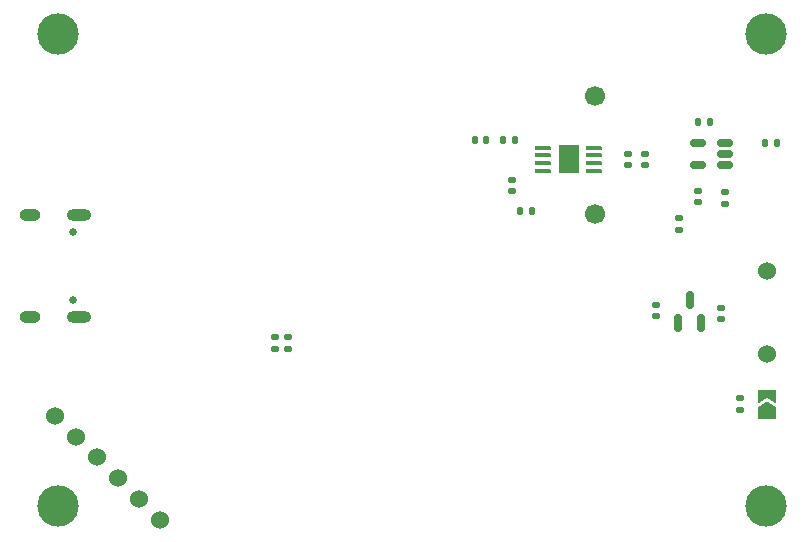
<source format=gbr>
%TF.GenerationSoftware,KiCad,Pcbnew,8.0.9-8.0.9-0~ubuntu24.04.1*%
%TF.CreationDate,2025-05-04T14:54:54+03:00*%
%TF.ProjectId,vario_kicad,76617269-6f5f-46b6-9963-61642e6b6963,rev?*%
%TF.SameCoordinates,Original*%
%TF.FileFunction,Soldermask,Bot*%
%TF.FilePolarity,Negative*%
%FSLAX46Y46*%
G04 Gerber Fmt 4.6, Leading zero omitted, Abs format (unit mm)*
G04 Created by KiCad (PCBNEW 8.0.9-8.0.9-0~ubuntu24.04.1) date 2025-05-04 14:54:54*
%MOMM*%
%LPD*%
G01*
G04 APERTURE LIST*
G04 Aperture macros list*
%AMRoundRect*
0 Rectangle with rounded corners*
0 $1 Rounding radius*
0 $2 $3 $4 $5 $6 $7 $8 $9 X,Y pos of 4 corners*
0 Add a 4 corners polygon primitive as box body*
4,1,4,$2,$3,$4,$5,$6,$7,$8,$9,$2,$3,0*
0 Add four circle primitives for the rounded corners*
1,1,$1+$1,$2,$3*
1,1,$1+$1,$4,$5*
1,1,$1+$1,$6,$7*
1,1,$1+$1,$8,$9*
0 Add four rect primitives between the rounded corners*
20,1,$1+$1,$2,$3,$4,$5,0*
20,1,$1+$1,$4,$5,$6,$7,0*
20,1,$1+$1,$6,$7,$8,$9,0*
20,1,$1+$1,$8,$9,$2,$3,0*%
%AMFreePoly0*
4,1,6,1.000000,0.000000,0.500000,-0.750000,-0.500000,-0.750000,-0.500000,0.750000,0.500000,0.750000,1.000000,0.000000,1.000000,0.000000,$1*%
%AMFreePoly1*
4,1,6,0.500000,-0.750000,-0.650000,-0.750000,-0.150000,0.000000,-0.650000,0.750000,0.500000,0.750000,0.500000,-0.750000,0.500000,-0.750000,$1*%
G04 Aperture macros list end*
%ADD10C,1.700000*%
%ADD11C,3.500000*%
%ADD12C,1.524000*%
%ADD13C,0.650000*%
%ADD14O,2.100000X1.000000*%
%ADD15O,1.800000X1.000000*%
%ADD16R,1.730000X2.360000*%
%ADD17RoundRect,0.087500X-0.587500X-0.087500X0.587500X-0.087500X0.587500X0.087500X-0.587500X0.087500X0*%
%ADD18RoundRect,0.140000X-0.170000X0.140000X-0.170000X-0.140000X0.170000X-0.140000X0.170000X0.140000X0*%
%ADD19RoundRect,0.150000X0.150000X-0.587500X0.150000X0.587500X-0.150000X0.587500X-0.150000X-0.587500X0*%
%ADD20FreePoly0,90.000000*%
%ADD21FreePoly1,90.000000*%
%ADD22RoundRect,0.135000X-0.135000X-0.185000X0.135000X-0.185000X0.135000X0.185000X-0.135000X0.185000X0*%
%ADD23RoundRect,0.140000X0.170000X-0.140000X0.170000X0.140000X-0.170000X0.140000X-0.170000X-0.140000X0*%
%ADD24RoundRect,0.140000X0.140000X0.170000X-0.140000X0.170000X-0.140000X-0.170000X0.140000X-0.170000X0*%
%ADD25RoundRect,0.135000X-0.185000X0.135000X-0.185000X-0.135000X0.185000X-0.135000X0.185000X0.135000X0*%
%ADD26RoundRect,0.150000X0.512500X0.150000X-0.512500X0.150000X-0.512500X-0.150000X0.512500X-0.150000X0*%
%ADD27RoundRect,0.135000X0.135000X0.185000X-0.135000X0.185000X-0.135000X-0.185000X0.135000X-0.185000X0*%
G04 APERTURE END LIST*
D10*
%TO.C,LS1*%
X150500000Y-120250000D03*
X150500000Y-110250000D03*
%TD*%
D11*
%TO.C,H3*%
X165000000Y-105000000D03*
%TD*%
%TO.C,H4*%
X165000000Y-145000000D03*
%TD*%
%TO.C,H2*%
X105000000Y-145000000D03*
%TD*%
D12*
%TO.C,J2*%
X104800000Y-137350000D03*
X106567767Y-139117767D03*
X108335534Y-140885534D03*
X110103301Y-142653301D03*
X111871068Y-144421068D03*
X113638835Y-146188835D03*
%TD*%
D13*
%TO.C,U4*%
X106330000Y-121790000D03*
X106330000Y-127570000D03*
D14*
X106830000Y-120360000D03*
D15*
X102650000Y-120360000D03*
D14*
X106830000Y-129000000D03*
D15*
X102650000Y-129000000D03*
%TD*%
D11*
%TO.C,H1*%
X105000000Y-105000000D03*
%TD*%
D16*
%TO.C,U1*%
X148275000Y-115625000D03*
D17*
X146100000Y-116600000D03*
X146100000Y-115950000D03*
X146100000Y-115300000D03*
X146100000Y-114650000D03*
X150450000Y-114650000D03*
X150450000Y-115300000D03*
X150450000Y-115950000D03*
X150450000Y-116600000D03*
%TD*%
D18*
%TO.C,C14*%
X159220000Y-118290000D03*
X159220000Y-119250000D03*
%TD*%
D19*
%TO.C,U8*%
X159460000Y-129465000D03*
X157560000Y-129465000D03*
X158510000Y-127590000D03*
%TD*%
D20*
%TO.C,JP2*%
X165040000Y-137140000D03*
D21*
X165040000Y-135690000D03*
%TD*%
D22*
%TO.C,R29*%
X159250000Y-112450000D03*
X160270000Y-112450000D03*
%TD*%
D23*
%TO.C,C19*%
X155660000Y-128920000D03*
X155660000Y-127960000D03*
%TD*%
D18*
%TO.C,C25*%
X123430000Y-130710000D03*
X123430000Y-131670000D03*
%TD*%
D24*
%TO.C,C9*%
X141270000Y-113970000D03*
X140310000Y-113970000D03*
%TD*%
D25*
%TO.C,R31*%
X162760000Y-135890000D03*
X162760000Y-136910000D03*
%TD*%
D26*
%TO.C,U7*%
X161500000Y-114240000D03*
X161500000Y-115190000D03*
X161500000Y-116140000D03*
X159225000Y-116140000D03*
X159225000Y-114240000D03*
%TD*%
D25*
%TO.C,R32*%
X161500000Y-118430000D03*
X161500000Y-119450000D03*
%TD*%
%TO.C,R33*%
X157590000Y-120620000D03*
X157590000Y-121640000D03*
%TD*%
D18*
%TO.C,C7*%
X143470000Y-117360000D03*
X143470000Y-118320000D03*
%TD*%
%TO.C,C11*%
X124530000Y-130720000D03*
X124530000Y-131680000D03*
%TD*%
D22*
%TO.C,R16*%
X144160000Y-119990000D03*
X145180000Y-119990000D03*
%TD*%
D27*
%TO.C,R18*%
X143770000Y-113970000D03*
X142750000Y-113970000D03*
%TD*%
D12*
%TO.C,BT2*%
X165050000Y-125100000D03*
X165050000Y-132100000D03*
%TD*%
D18*
%TO.C,C5*%
X153280000Y-115200000D03*
X153280000Y-116160000D03*
%TD*%
%TO.C,C18*%
X161180000Y-128190000D03*
X161180000Y-129150000D03*
%TD*%
%TO.C,C6*%
X154760000Y-115200000D03*
X154760000Y-116160000D03*
%TD*%
D27*
%TO.C,R28*%
X165900000Y-114300000D03*
X164880000Y-114300000D03*
%TD*%
M02*

</source>
